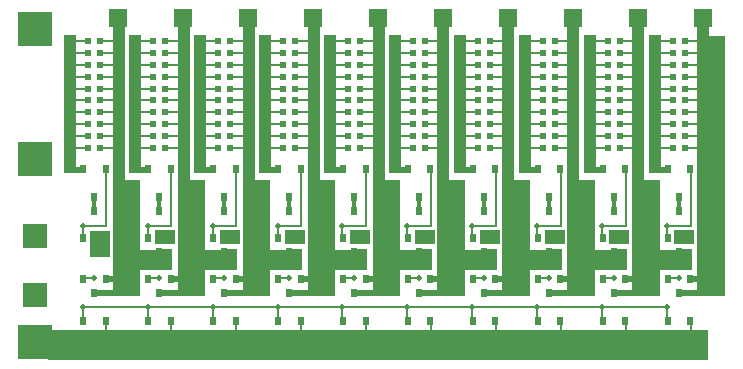
<source format=gtl>
G04*
G04 #@! TF.GenerationSoftware,Altium Limited,Altium Designer,18.1.7 (191)*
G04*
G04 Layer_Physical_Order=1*
G04 Layer_Color=255*
%FSLAX44Y44*%
%MOMM*%
G71*
G01*
G75*
%ADD10C,0.2000*%
%ADD13R,0.5500X0.8000*%
%ADD14R,0.6000X0.6000*%
%ADD20R,56.0000X2.5000*%
%ADD21R,1.1000X3.0000*%
%ADD22R,1.7000X2.3000*%
%ADD23R,1.7000X1.2000*%
%ADD24R,1.7000X1.2000*%
%ADD25R,1.1000X22.1000*%
%ADD26R,1.1000X11.7000*%
%ADD27R,2.5000X0.5000*%
%ADD28R,0.8000X0.5000*%
%ADD29R,0.7000X0.6000*%
%ADD30R,1.2000X0.5000*%
%ADD31R,0.4000X1.2000*%
%ADD32R,1.6000X22.1000*%
%ADD33R,4.5000X1.8000*%
%ADD34R,1.6000X9.9000*%
%ADD35R,2.0000X2.0000*%
%ADD36R,3.0000X3.0000*%
%ADD37R,1.5000X1.5000*%
%ADD38C,0.4800*%
D10*
X1755000Y1325000D02*
X1765000D01*
X1700000D02*
X1710000D01*
X1645000D02*
X1655000D01*
X1590000D02*
X1600000D01*
X1535000D02*
X1545000D01*
X1425000D02*
X1435000D01*
X1480000D02*
X1490000D01*
X1370000D02*
X1380000D01*
X1315000Y1324000D02*
X1316000Y1325000D01*
X1260000D02*
X1270000D01*
X1280000Y1279000D02*
Y1289000D01*
X1335000Y1279000D02*
Y1289000D01*
X1390000Y1279000D02*
Y1289000D01*
X1445000Y1279000D02*
Y1289000D01*
X1500000Y1279000D02*
Y1289000D01*
X1555000Y1279000D02*
Y1289000D01*
X1610000Y1279000D02*
Y1289000D01*
X1665000Y1279000D02*
Y1289000D01*
X1775000Y1279000D02*
Y1289000D01*
X1720000Y1279000D02*
Y1289000D01*
X1775000Y1369000D02*
Y1419000D01*
X1720000Y1369000D02*
Y1419000D01*
X1665000Y1369000D02*
Y1419000D01*
X1755000Y1357000D02*
Y1369000D01*
X1700000Y1357000D02*
Y1369000D01*
X1610000D02*
Y1419000D01*
X1555000Y1369000D02*
Y1419000D01*
X1645000Y1357000D02*
Y1369000D01*
X1590000Y1357000D02*
Y1369000D01*
X1535000Y1357000D02*
Y1369000D01*
X1500000D02*
Y1419000D01*
X1445000Y1369000D02*
Y1419000D01*
X1390000Y1369000D02*
Y1419000D01*
X1480000Y1357000D02*
Y1369000D01*
X1425000Y1357000D02*
Y1369000D01*
X1335000D02*
Y1419000D01*
X1280000Y1369000D02*
Y1419000D01*
X1370000Y1357000D02*
Y1369000D01*
X1315000Y1357000D02*
Y1369000D01*
X1260000Y1357000D02*
Y1369000D01*
X1700000Y1300000D02*
X1755000D01*
X1645000D02*
X1700000D01*
X1590000D02*
X1645000D01*
X1755000Y1290000D02*
Y1300000D01*
X1700000Y1290000D02*
Y1300000D01*
X1645000Y1290000D02*
Y1300000D01*
X1316000Y1325000D02*
X1325000D01*
X1765000Y1380000D02*
X1765000Y1380000D01*
X1747000Y1505000D02*
X1756920D01*
X1765000Y1380000D02*
Y1381500D01*
Y1380000D02*
Y1380000D01*
Y1345000D02*
X1765706Y1346003D01*
X1775000Y1325000D02*
X1775000D01*
X1776000D01*
X1782000Y1435000D02*
Y1445000D01*
Y1495000D02*
Y1505000D01*
Y1485000D02*
Y1495000D01*
Y1475000D02*
Y1485000D01*
Y1465000D02*
Y1475000D01*
Y1455000D02*
Y1465000D01*
Y1445000D02*
Y1455000D01*
X1747000Y1455000D02*
X1756920D01*
X1747000Y1445000D02*
X1756920D01*
X1747000D02*
Y1455000D01*
Y1435000D02*
X1756920D01*
X1747000D02*
Y1445000D01*
Y1465000D02*
X1756920D01*
X1747000Y1455000D02*
Y1465000D01*
Y1475000D02*
X1756920D01*
X1747000Y1465000D02*
Y1475000D01*
Y1485000D02*
X1756920D01*
X1747000Y1475000D02*
Y1485000D01*
Y1495000D02*
X1756920D01*
X1747000D02*
Y1505000D01*
Y1485000D02*
Y1495000D01*
X1770080Y1495000D02*
X1782000D01*
X1770080Y1505000D02*
X1782000D01*
X1770080Y1485000D02*
X1782000D01*
X1770080Y1475000D02*
X1782000D01*
X1770080Y1455000D02*
X1782000D01*
X1770080Y1465000D02*
X1782000D01*
X1770080Y1445000D02*
X1782000D01*
X1770080Y1435000D02*
X1782000D01*
X1755000Y1369000D02*
X1775000D01*
X1782000Y1435000D02*
X1783000Y1434000D01*
Y1323000D02*
Y1434000D01*
Y1312000D02*
Y1323000D01*
X1775000D02*
X1783000D01*
X1774500Y1323500D02*
X1775000Y1323000D01*
X1765000Y1312000D02*
X1783000D01*
X1774000Y1324000D02*
X1775000Y1325000D01*
X1764000Y1311000D02*
X1765000Y1312000D01*
X1747000Y1417000D02*
Y1440000D01*
X1754000Y1417000D02*
Y1419000D01*
X1747000Y1417000D02*
X1754000D01*
X1770080Y1515000D02*
X1782000D01*
X1747000D02*
X1756920D01*
X1770080Y1525000D02*
X1782000D01*
X1747000D02*
X1756920D01*
X1710000Y1380000D02*
X1710000Y1380000D01*
X1692000Y1505000D02*
X1701920D01*
X1710000Y1380000D02*
Y1381500D01*
Y1380000D02*
Y1380000D01*
Y1345000D02*
X1710706Y1346003D01*
X1720000Y1325000D02*
X1720000D01*
X1721000D01*
X1727000Y1435000D02*
Y1445000D01*
Y1495000D02*
Y1505000D01*
Y1485000D02*
Y1495000D01*
Y1475000D02*
Y1485000D01*
Y1465000D02*
Y1475000D01*
Y1455000D02*
Y1465000D01*
Y1445000D02*
Y1455000D01*
X1692000Y1455000D02*
X1701920D01*
X1692000Y1445000D02*
X1701920D01*
X1692000D02*
Y1455000D01*
Y1435000D02*
X1701920D01*
X1692000D02*
Y1445000D01*
Y1465000D02*
X1701920D01*
X1692000Y1455000D02*
Y1465000D01*
Y1475000D02*
X1701920D01*
X1692000Y1465000D02*
Y1475000D01*
Y1485000D02*
X1701920D01*
X1692000Y1475000D02*
Y1485000D01*
Y1495000D02*
X1701920D01*
X1692000D02*
Y1505000D01*
Y1485000D02*
Y1495000D01*
X1715080Y1495000D02*
X1727000D01*
X1715080Y1505000D02*
X1727000D01*
X1715080Y1485000D02*
X1727000D01*
X1715080Y1475000D02*
X1727000D01*
X1715080Y1455000D02*
X1727000D01*
X1715080Y1465000D02*
X1727000D01*
X1715080Y1445000D02*
X1727000D01*
X1715080Y1435000D02*
X1727000D01*
X1700000Y1369000D02*
X1720000D01*
X1727000Y1435000D02*
X1728000Y1434000D01*
Y1323000D02*
Y1434000D01*
Y1312000D02*
Y1323000D01*
X1720000D02*
X1728000D01*
X1719500Y1323500D02*
X1720000Y1323000D01*
X1710000Y1312000D02*
X1728000D01*
X1719000Y1324000D02*
X1720000Y1325000D01*
X1709000Y1311000D02*
X1710000Y1312000D01*
X1692000Y1417000D02*
Y1440000D01*
X1699000Y1417000D02*
Y1419000D01*
X1692000Y1417000D02*
X1699000D01*
X1715080Y1515000D02*
X1727000D01*
X1692000D02*
X1701920D01*
X1715080Y1525000D02*
X1727000D01*
X1692000D02*
X1701920D01*
X1655000Y1380000D02*
X1655000Y1380000D01*
X1637000Y1505000D02*
X1646920D01*
X1655000Y1380000D02*
Y1381500D01*
Y1380000D02*
Y1380000D01*
Y1345000D02*
X1655706Y1346003D01*
X1665000Y1325000D02*
X1665000D01*
X1666000D01*
X1672000Y1435000D02*
Y1445000D01*
Y1495000D02*
Y1505000D01*
Y1485000D02*
Y1495000D01*
Y1475000D02*
Y1485000D01*
Y1465000D02*
Y1475000D01*
Y1455000D02*
Y1465000D01*
Y1445000D02*
Y1455000D01*
X1637000Y1455000D02*
X1646920D01*
X1637000Y1445000D02*
X1646920D01*
X1637000D02*
Y1455000D01*
Y1435000D02*
X1646920D01*
X1637000D02*
Y1445000D01*
Y1465000D02*
X1646920D01*
X1637000Y1455000D02*
Y1465000D01*
Y1475000D02*
X1646920D01*
X1637000Y1465000D02*
Y1475000D01*
Y1485000D02*
X1646920D01*
X1637000Y1475000D02*
Y1485000D01*
Y1495000D02*
X1646920D01*
X1637000D02*
Y1505000D01*
Y1485000D02*
Y1495000D01*
X1660080Y1495000D02*
X1672000D01*
X1660080Y1505000D02*
X1672000D01*
X1660080Y1485000D02*
X1672000D01*
X1660080Y1475000D02*
X1672000D01*
X1660080Y1455000D02*
X1672000D01*
X1660080Y1465000D02*
X1672000D01*
X1660080Y1445000D02*
X1672000D01*
X1660080Y1435000D02*
X1672000D01*
X1645000Y1369000D02*
X1665000D01*
X1672000Y1435000D02*
X1673000Y1434000D01*
Y1323000D02*
Y1434000D01*
Y1312000D02*
Y1323000D01*
X1665000D02*
X1673000D01*
X1664500Y1323500D02*
X1665000Y1323000D01*
X1655000Y1312000D02*
X1673000D01*
X1664000Y1324000D02*
X1665000Y1325000D01*
X1654000Y1311000D02*
X1655000Y1312000D01*
X1637000Y1417000D02*
Y1440000D01*
X1644000Y1417000D02*
Y1419000D01*
X1637000Y1417000D02*
X1644000D01*
X1660080Y1515000D02*
X1672000D01*
X1637000D02*
X1646920D01*
X1660080Y1525000D02*
X1672000D01*
X1637000D02*
X1646920D01*
X1535000Y1300000D02*
X1590000D01*
X1480000D02*
X1535000D01*
X1425000D02*
X1480000D01*
X1370000D02*
X1425000D01*
X1315000D02*
X1370000D01*
X1260000D02*
X1315000D01*
X1600000Y1380000D02*
X1600000Y1380000D01*
X1582000Y1505000D02*
X1591920D01*
X1600000Y1380000D02*
Y1381500D01*
Y1380000D02*
Y1380000D01*
Y1345000D02*
X1600706Y1346003D01*
X1610000Y1325000D02*
X1610000D01*
X1611000D01*
X1617000Y1435000D02*
Y1445000D01*
Y1495000D02*
Y1505000D01*
Y1485000D02*
Y1495000D01*
Y1475000D02*
Y1485000D01*
Y1465000D02*
Y1475000D01*
Y1455000D02*
Y1465000D01*
Y1445000D02*
Y1455000D01*
X1582000Y1455000D02*
X1591920D01*
X1582000Y1445000D02*
X1591920D01*
X1582000D02*
Y1455000D01*
Y1435000D02*
X1591920D01*
X1582000D02*
Y1445000D01*
Y1465000D02*
X1591920D01*
X1582000Y1455000D02*
Y1465000D01*
Y1475000D02*
X1591920D01*
X1582000Y1465000D02*
Y1475000D01*
Y1485000D02*
X1591920D01*
X1582000Y1475000D02*
Y1485000D01*
Y1495000D02*
X1591920D01*
X1582000D02*
Y1505000D01*
Y1485000D02*
Y1495000D01*
X1605080Y1495000D02*
X1617000D01*
X1605080Y1505000D02*
X1617000D01*
X1605080Y1485000D02*
X1617000D01*
X1605080Y1475000D02*
X1617000D01*
X1605080Y1455000D02*
X1617000D01*
X1605080Y1465000D02*
X1617000D01*
X1605080Y1445000D02*
X1617000D01*
X1605080Y1435000D02*
X1617000D01*
X1590000Y1369000D02*
X1610000D01*
X1617000Y1435000D02*
X1618000Y1434000D01*
Y1323000D02*
Y1434000D01*
Y1312000D02*
Y1323000D01*
X1610000D02*
X1618000D01*
X1609500Y1323500D02*
X1610000Y1323000D01*
X1600000Y1312000D02*
X1618000D01*
X1609000Y1324000D02*
X1610000Y1325000D01*
X1599000Y1311000D02*
X1600000Y1312000D01*
X1582000Y1417000D02*
Y1440000D01*
X1589000Y1417000D02*
Y1419000D01*
X1582000Y1417000D02*
X1589000D01*
X1605080Y1515000D02*
X1617000D01*
X1582000D02*
X1591920D01*
X1605080Y1525000D02*
X1617000D01*
X1582000D02*
X1591920D01*
X1590000Y1291000D02*
Y1299500D01*
X1535000Y1291000D02*
Y1299500D01*
X1527000Y1525000D02*
X1536920D01*
X1550080D02*
X1562000D01*
X1527000Y1515000D02*
X1536920D01*
X1550080D02*
X1562000D01*
X1527000Y1417000D02*
X1534000D01*
Y1419000D01*
X1527000Y1417000D02*
Y1440000D01*
X1544000Y1311000D02*
X1545000Y1312000D01*
X1554000Y1324000D02*
X1555000Y1325000D01*
X1545000Y1312000D02*
X1563000D01*
X1554500Y1323500D02*
X1555000Y1323000D01*
X1563000D01*
Y1312000D02*
Y1323000D01*
Y1434000D01*
X1562000Y1435000D02*
X1563000Y1434000D01*
X1535000Y1369000D02*
X1555000D01*
X1550080Y1435000D02*
X1562000D01*
X1550080Y1445000D02*
X1562000D01*
X1550080Y1465000D02*
X1562000D01*
X1550080Y1455000D02*
X1562000D01*
X1550080Y1475000D02*
X1562000D01*
X1550080Y1485000D02*
X1562000D01*
X1550080Y1505000D02*
X1562000D01*
X1550080Y1495000D02*
X1562000D01*
X1527000Y1485000D02*
Y1495000D01*
Y1505000D01*
Y1495000D02*
X1536920D01*
X1527000Y1475000D02*
Y1485000D01*
X1536920D01*
X1527000Y1465000D02*
Y1475000D01*
X1536920D01*
X1527000Y1455000D02*
Y1465000D01*
X1536920D01*
X1527000Y1435000D02*
Y1445000D01*
Y1435000D02*
X1536920D01*
X1527000Y1445000D02*
Y1455000D01*
Y1445000D02*
X1536920D01*
X1527000Y1455000D02*
X1536920D01*
X1562000Y1445000D02*
Y1455000D01*
Y1465000D01*
Y1475000D01*
Y1485000D01*
Y1495000D01*
Y1505000D01*
Y1435000D02*
Y1445000D01*
X1555000Y1325000D02*
X1556000D01*
X1555000D02*
X1555000D01*
X1545000Y1345000D02*
X1545706Y1346003D01*
X1545000Y1380000D02*
Y1380000D01*
Y1381500D01*
X1527000Y1505000D02*
X1536920D01*
X1545000Y1380000D02*
X1545000Y1380000D01*
X1480000Y1291000D02*
Y1299500D01*
X1472000Y1525000D02*
X1481920D01*
X1495080D02*
X1507000D01*
X1472000Y1515000D02*
X1481920D01*
X1495080D02*
X1507000D01*
X1472000Y1417000D02*
X1479000D01*
Y1419000D01*
X1472000Y1417000D02*
Y1440000D01*
X1489000Y1311000D02*
X1490000Y1312000D01*
X1499000Y1324000D02*
X1500000Y1325000D01*
X1490000Y1312000D02*
X1508000D01*
X1499500Y1323500D02*
X1500000Y1323000D01*
X1508000D01*
Y1312000D02*
Y1323000D01*
Y1434000D01*
X1507000Y1435000D02*
X1508000Y1434000D01*
X1480000Y1369000D02*
X1500000D01*
X1495080Y1435000D02*
X1507000D01*
X1495080Y1445000D02*
X1507000D01*
X1495080Y1465000D02*
X1507000D01*
X1495080Y1455000D02*
X1507000D01*
X1495080Y1475000D02*
X1507000D01*
X1495080Y1485000D02*
X1507000D01*
X1495080Y1505000D02*
X1507000D01*
X1495080Y1495000D02*
X1507000D01*
X1472000Y1485000D02*
Y1495000D01*
Y1505000D01*
Y1495000D02*
X1481920D01*
X1472000Y1475000D02*
Y1485000D01*
X1481920D01*
X1472000Y1465000D02*
Y1475000D01*
X1481920D01*
X1472000Y1455000D02*
Y1465000D01*
X1481920D01*
X1472000Y1435000D02*
Y1445000D01*
Y1435000D02*
X1481920D01*
X1472000Y1445000D02*
Y1455000D01*
Y1445000D02*
X1481920D01*
X1472000Y1455000D02*
X1481920D01*
X1507000Y1445000D02*
Y1455000D01*
Y1465000D01*
Y1475000D01*
Y1485000D01*
Y1495000D01*
Y1505000D01*
Y1435000D02*
Y1445000D01*
X1500000Y1325000D02*
X1501000D01*
X1500000D02*
X1500000D01*
X1490000Y1380000D02*
Y1380000D01*
Y1381500D01*
X1472000Y1505000D02*
X1481920D01*
X1490000Y1380000D02*
X1490000Y1380000D01*
X1425000Y1291000D02*
Y1299500D01*
X1417000Y1525000D02*
X1426920D01*
X1440080D02*
X1452000D01*
X1417000Y1515000D02*
X1426920D01*
X1440080D02*
X1452000D01*
X1417000Y1417000D02*
X1424000D01*
Y1419000D01*
X1417000Y1417000D02*
Y1440000D01*
X1434000Y1311000D02*
X1435000Y1312000D01*
X1444000Y1324000D02*
X1445000Y1325000D01*
X1435000Y1312000D02*
X1453000D01*
X1444500Y1323500D02*
X1445000Y1323000D01*
X1453000D01*
Y1312000D02*
Y1323000D01*
Y1434000D01*
X1452000Y1435000D02*
X1453000Y1434000D01*
X1425000Y1369000D02*
X1445000D01*
X1440080Y1435000D02*
X1452000D01*
X1440080Y1445000D02*
X1452000D01*
X1440080Y1465000D02*
X1452000D01*
X1440080Y1455000D02*
X1452000D01*
X1440080Y1475000D02*
X1452000D01*
X1440080Y1485000D02*
X1452000D01*
X1440080Y1505000D02*
X1452000D01*
X1440080Y1495000D02*
X1452000D01*
X1417000Y1485000D02*
Y1495000D01*
Y1505000D01*
Y1495000D02*
X1426920D01*
X1417000Y1475000D02*
Y1485000D01*
X1426920D01*
X1417000Y1465000D02*
Y1475000D01*
X1426920D01*
X1417000Y1455000D02*
Y1465000D01*
X1426920D01*
X1417000Y1435000D02*
Y1445000D01*
Y1435000D02*
X1426920D01*
X1417000Y1445000D02*
Y1455000D01*
Y1445000D02*
X1426920D01*
X1417000Y1455000D02*
X1426920D01*
X1452000Y1445000D02*
Y1455000D01*
Y1465000D01*
Y1475000D01*
Y1485000D01*
Y1495000D01*
Y1505000D01*
Y1435000D02*
Y1445000D01*
X1445000Y1325000D02*
X1446000D01*
X1445000D02*
X1445000D01*
X1435000Y1345000D02*
X1435706Y1346003D01*
X1435000Y1380000D02*
Y1380000D01*
Y1381500D01*
X1417000Y1505000D02*
X1426920D01*
X1435000Y1380000D02*
X1435000Y1380000D01*
X1380000Y1380000D02*
X1380000Y1380000D01*
X1362000Y1505000D02*
X1371920D01*
X1380000Y1380000D02*
Y1381500D01*
Y1380000D02*
Y1380000D01*
Y1345000D02*
X1380706Y1346003D01*
X1390000Y1325000D02*
X1390000D01*
X1391000D01*
X1397000Y1435000D02*
Y1445000D01*
Y1495000D02*
Y1505000D01*
Y1485000D02*
Y1495000D01*
Y1475000D02*
Y1485000D01*
Y1465000D02*
Y1475000D01*
Y1455000D02*
Y1465000D01*
Y1445000D02*
Y1455000D01*
X1362000Y1455000D02*
X1371920D01*
X1362000Y1445000D02*
X1371920D01*
X1362000D02*
Y1455000D01*
Y1435000D02*
X1371920D01*
X1362000D02*
Y1445000D01*
Y1465000D02*
X1371920D01*
X1362000Y1455000D02*
Y1465000D01*
Y1475000D02*
X1371920D01*
X1362000Y1465000D02*
Y1475000D01*
Y1485000D02*
X1371920D01*
X1362000Y1475000D02*
Y1485000D01*
Y1495000D02*
X1371920D01*
X1362000D02*
Y1505000D01*
Y1485000D02*
Y1495000D01*
X1385080Y1495000D02*
X1397000D01*
X1385080Y1505000D02*
X1397000D01*
X1385080Y1485000D02*
X1397000D01*
X1385080Y1475000D02*
X1397000D01*
X1385080Y1455000D02*
X1397000D01*
X1385080Y1465000D02*
X1397000D01*
X1385080Y1445000D02*
X1397000D01*
X1385080Y1435000D02*
X1397000D01*
X1370000Y1369000D02*
X1390000D01*
X1397000Y1435000D02*
X1398000Y1434000D01*
Y1323000D02*
Y1434000D01*
Y1312000D02*
Y1323000D01*
X1390000D02*
X1398000D01*
X1389500Y1323500D02*
X1390000Y1323000D01*
X1380000Y1312000D02*
X1398000D01*
X1389000Y1324000D02*
X1390000Y1325000D01*
X1379000Y1311000D02*
X1380000Y1312000D01*
X1362000Y1417000D02*
Y1440000D01*
X1369000Y1417000D02*
Y1419000D01*
X1362000Y1417000D02*
X1369000D01*
X1385080Y1515000D02*
X1397000D01*
X1362000D02*
X1371920D01*
X1385080Y1525000D02*
X1397000D01*
X1362000D02*
X1371920D01*
X1370000Y1291000D02*
Y1299500D01*
X1260000Y1291000D02*
Y1299500D01*
X1325000Y1380000D02*
X1325000Y1380000D01*
X1307000Y1505000D02*
X1316920D01*
X1325000Y1380000D02*
Y1381500D01*
Y1380000D02*
Y1380000D01*
Y1345000D02*
X1325706Y1346003D01*
X1335000Y1325000D02*
X1335000D01*
X1336000D01*
X1342000Y1435000D02*
Y1445000D01*
Y1495000D02*
Y1505000D01*
Y1485000D02*
Y1495000D01*
Y1475000D02*
Y1485000D01*
Y1465000D02*
Y1475000D01*
Y1455000D02*
Y1465000D01*
Y1445000D02*
Y1455000D01*
X1307000Y1455000D02*
X1316920D01*
X1307000Y1445000D02*
X1316920D01*
X1307000D02*
Y1455000D01*
Y1435000D02*
X1316920D01*
X1307000D02*
Y1445000D01*
Y1465000D02*
X1316920D01*
X1307000Y1455000D02*
Y1465000D01*
Y1475000D02*
X1316920D01*
X1307000Y1465000D02*
Y1475000D01*
Y1485000D02*
X1316920D01*
X1307000Y1475000D02*
Y1485000D01*
Y1495000D02*
X1316920D01*
X1307000D02*
Y1505000D01*
Y1485000D02*
Y1495000D01*
X1330080Y1495000D02*
X1342000D01*
X1330080Y1505000D02*
X1342000D01*
X1330080Y1485000D02*
X1342000D01*
X1330080Y1475000D02*
X1342000D01*
X1330080Y1455000D02*
X1342000D01*
X1330080Y1465000D02*
X1342000D01*
X1330080Y1445000D02*
X1342000D01*
X1330080Y1435000D02*
X1342000D01*
X1315000Y1369000D02*
X1335000D01*
X1315000Y1291000D02*
Y1299500D01*
X1342000Y1435000D02*
X1343000Y1434000D01*
Y1323000D02*
Y1434000D01*
Y1312000D02*
Y1323000D01*
X1335000D02*
X1343000D01*
X1334500Y1323500D02*
X1335000Y1323000D01*
X1325000Y1312000D02*
X1343000D01*
X1334000Y1324000D02*
X1335000Y1325000D01*
X1324000Y1311000D02*
X1325000Y1312000D01*
X1307000Y1417000D02*
Y1440000D01*
X1314000Y1417000D02*
Y1419000D01*
X1307000Y1417000D02*
X1314000D01*
X1330080Y1515000D02*
X1342000D01*
X1307000D02*
X1316920D01*
X1330080Y1525000D02*
X1342000D01*
X1307000D02*
X1316920D01*
X1252000D02*
X1261920D01*
X1275080D02*
X1287000D01*
X1252000Y1515000D02*
X1261920D01*
X1275080D02*
X1287000D01*
X1252000Y1417000D02*
X1259000D01*
Y1419000D01*
X1252000Y1417000D02*
Y1440000D01*
X1269000Y1311000D02*
X1270000Y1312000D01*
X1279000Y1324000D02*
X1280000Y1325000D01*
X1270000Y1312000D02*
X1288000D01*
X1279500Y1323500D02*
X1280000Y1323000D01*
X1288000D01*
Y1312000D02*
Y1323000D01*
Y1434000D01*
X1287000Y1440000D02*
X1288000Y1439000D01*
X1260000Y1369000D02*
X1280000D01*
X1275080Y1435000D02*
X1287000D01*
X1275080Y1445000D02*
X1287000D01*
X1275080Y1465000D02*
X1287000D01*
X1275080Y1455000D02*
X1287000D01*
X1275080Y1475000D02*
X1287000D01*
X1275080Y1485000D02*
X1287000D01*
X1275080Y1505000D02*
X1287000D01*
X1275080Y1495000D02*
X1287000D01*
X1252000Y1485000D02*
Y1495000D01*
Y1505000D01*
Y1495000D02*
X1261920D01*
X1252000Y1475000D02*
Y1485000D01*
X1261920D01*
X1252000Y1465000D02*
Y1475000D01*
X1261920D01*
X1252000Y1455000D02*
Y1465000D01*
X1261920D01*
X1252000Y1435000D02*
Y1445000D01*
Y1435000D02*
X1261920D01*
X1252000Y1445000D02*
Y1455000D01*
Y1445000D02*
X1261920D01*
X1252000Y1455000D02*
X1261920D01*
X1287000Y1450000D02*
Y1460000D01*
Y1470000D01*
Y1480000D01*
Y1490000D01*
Y1500000D01*
Y1510000D01*
Y1440000D02*
Y1450000D01*
X1280000Y1325000D02*
X1281000D01*
X1280000D02*
X1280000D01*
X1270000Y1380000D02*
Y1380000D01*
Y1381500D01*
X1252000Y1505000D02*
X1261920D01*
X1270000Y1380000D02*
X1270000Y1380000D01*
D13*
X1765000Y1346500D02*
D03*
X1774500Y1323500D02*
D03*
X1755500D02*
D03*
X1765000Y1311500D02*
D03*
X1774500Y1288500D02*
D03*
X1755500D02*
D03*
X1765000Y1393500D02*
D03*
X1755500Y1416500D02*
D03*
X1774500D02*
D03*
X1765000Y1381500D02*
D03*
X1774500Y1358500D02*
D03*
X1755500D02*
D03*
X1710000Y1346500D02*
D03*
X1719500Y1323500D02*
D03*
X1700500D02*
D03*
X1710000Y1311500D02*
D03*
X1719500Y1288500D02*
D03*
X1700500D02*
D03*
X1710000Y1393500D02*
D03*
X1700500Y1416500D02*
D03*
X1719500D02*
D03*
X1710000Y1381500D02*
D03*
X1719500Y1358500D02*
D03*
X1700500D02*
D03*
X1655000Y1346500D02*
D03*
X1664500Y1323500D02*
D03*
X1645500D02*
D03*
X1655000Y1311500D02*
D03*
X1664500Y1288500D02*
D03*
X1645500D02*
D03*
X1655000Y1393500D02*
D03*
X1645500Y1416500D02*
D03*
X1664500D02*
D03*
X1655000Y1381500D02*
D03*
X1664500Y1358500D02*
D03*
X1645500D02*
D03*
X1600000Y1346500D02*
D03*
X1609500Y1323500D02*
D03*
X1590500D02*
D03*
X1600000Y1311500D02*
D03*
X1609500Y1288500D02*
D03*
X1590500D02*
D03*
X1600000Y1393500D02*
D03*
X1590500Y1416500D02*
D03*
X1609500D02*
D03*
X1600000Y1381500D02*
D03*
X1609500Y1358500D02*
D03*
X1590500D02*
D03*
X1545000Y1381500D02*
D03*
X1554500Y1358500D02*
D03*
X1535500D02*
D03*
X1545000Y1393500D02*
D03*
X1535500Y1416500D02*
D03*
X1554500D02*
D03*
X1545000Y1311500D02*
D03*
X1554500Y1288500D02*
D03*
X1535500D02*
D03*
X1545000Y1346500D02*
D03*
X1554500Y1323500D02*
D03*
X1535500D02*
D03*
X1490000Y1393500D02*
D03*
X1480500Y1416500D02*
D03*
X1499500D02*
D03*
X1490000Y1311500D02*
D03*
X1499500Y1288500D02*
D03*
X1480500D02*
D03*
X1490000Y1381500D02*
D03*
X1499500Y1358500D02*
D03*
X1480500D02*
D03*
X1490000Y1346500D02*
D03*
X1499500Y1323500D02*
D03*
X1480500D02*
D03*
X1435000Y1393500D02*
D03*
X1425500Y1416500D02*
D03*
X1444500D02*
D03*
X1435000Y1311500D02*
D03*
X1444500Y1288500D02*
D03*
X1425500D02*
D03*
X1435000Y1381500D02*
D03*
X1444500Y1358500D02*
D03*
X1425500D02*
D03*
X1435000Y1346500D02*
D03*
X1444500Y1323500D02*
D03*
X1425500D02*
D03*
X1380000Y1346500D02*
D03*
X1389500Y1323500D02*
D03*
X1370500D02*
D03*
X1380000Y1381500D02*
D03*
X1389500Y1358500D02*
D03*
X1370500D02*
D03*
X1380000Y1311500D02*
D03*
X1389500Y1288500D02*
D03*
X1370500D02*
D03*
X1380000Y1393500D02*
D03*
X1370500Y1416500D02*
D03*
X1389500D02*
D03*
X1325000Y1346500D02*
D03*
X1334500Y1323500D02*
D03*
X1315500D02*
D03*
X1325000Y1381500D02*
D03*
X1334500Y1358500D02*
D03*
X1315500D02*
D03*
X1325000Y1311500D02*
D03*
X1334500Y1288500D02*
D03*
X1315500D02*
D03*
X1325000Y1393500D02*
D03*
X1315500Y1416500D02*
D03*
X1334500D02*
D03*
X1270000Y1381500D02*
D03*
X1279500Y1358500D02*
D03*
X1260500D02*
D03*
X1270000Y1393500D02*
D03*
X1260500Y1416500D02*
D03*
X1279500D02*
D03*
X1270000Y1346500D02*
D03*
X1279500Y1323500D02*
D03*
X1260500D02*
D03*
X1270000Y1311500D02*
D03*
X1279500Y1288500D02*
D03*
X1260500D02*
D03*
D14*
X1759920Y1525000D02*
D03*
X1770080D02*
D03*
X1759920Y1515000D02*
D03*
X1770080D02*
D03*
X1759920Y1505000D02*
D03*
X1770080D02*
D03*
X1759920Y1495000D02*
D03*
X1770080D02*
D03*
X1759920Y1485000D02*
D03*
X1770080D02*
D03*
X1759920Y1475000D02*
D03*
X1770080D02*
D03*
X1759920Y1465000D02*
D03*
X1770080D02*
D03*
X1759920Y1455000D02*
D03*
X1770080D02*
D03*
X1759920Y1445000D02*
D03*
X1770080D02*
D03*
X1759920Y1435000D02*
D03*
X1770080D02*
D03*
X1704920D02*
D03*
X1715080D02*
D03*
X1704920Y1525000D02*
D03*
X1715080D02*
D03*
X1704920Y1515000D02*
D03*
X1715080D02*
D03*
X1704920Y1505000D02*
D03*
X1715080D02*
D03*
X1704920Y1495000D02*
D03*
X1715080D02*
D03*
X1704920Y1485000D02*
D03*
X1715080D02*
D03*
X1704920Y1475000D02*
D03*
X1715080D02*
D03*
X1704920Y1465000D02*
D03*
X1715080D02*
D03*
X1704920Y1455000D02*
D03*
X1715080D02*
D03*
X1704920Y1445000D02*
D03*
X1715080D02*
D03*
X1649920Y1525000D02*
D03*
X1660080D02*
D03*
X1649920Y1515000D02*
D03*
X1660080D02*
D03*
X1649920Y1505000D02*
D03*
X1660080D02*
D03*
X1649920Y1495000D02*
D03*
X1660080D02*
D03*
X1649920Y1485000D02*
D03*
X1660080D02*
D03*
X1649920Y1475000D02*
D03*
X1660080D02*
D03*
X1649920Y1465000D02*
D03*
X1660080D02*
D03*
X1649920Y1455000D02*
D03*
X1660080D02*
D03*
X1649920Y1445000D02*
D03*
X1660080D02*
D03*
X1649920Y1435000D02*
D03*
X1660080D02*
D03*
X1594920Y1525000D02*
D03*
X1605080D02*
D03*
X1594920Y1515000D02*
D03*
X1605080D02*
D03*
X1594920Y1505000D02*
D03*
X1605080D02*
D03*
X1594920Y1495000D02*
D03*
X1605080D02*
D03*
X1594920Y1485000D02*
D03*
X1605080D02*
D03*
X1594920Y1475000D02*
D03*
X1605080D02*
D03*
X1594920Y1465000D02*
D03*
X1605080D02*
D03*
X1594920Y1455000D02*
D03*
X1605080D02*
D03*
X1594920Y1445000D02*
D03*
X1605080D02*
D03*
X1594920Y1435000D02*
D03*
X1605080D02*
D03*
X1539920D02*
D03*
X1550080D02*
D03*
X1539920Y1445000D02*
D03*
X1550080D02*
D03*
X1539920Y1455000D02*
D03*
X1550080D02*
D03*
X1539920Y1465000D02*
D03*
X1550080D02*
D03*
X1539920Y1475000D02*
D03*
X1550080D02*
D03*
X1539920Y1485000D02*
D03*
X1550080D02*
D03*
X1539920Y1495000D02*
D03*
X1550080D02*
D03*
X1539920Y1505000D02*
D03*
X1550080D02*
D03*
X1539920Y1515000D02*
D03*
X1550080D02*
D03*
X1539920Y1525000D02*
D03*
X1550080D02*
D03*
X1484920D02*
D03*
X1495080D02*
D03*
X1484920Y1515000D02*
D03*
X1495080D02*
D03*
X1484920Y1485000D02*
D03*
X1495080D02*
D03*
X1484920Y1495000D02*
D03*
X1495080D02*
D03*
X1484920Y1505000D02*
D03*
X1495080D02*
D03*
X1484920Y1435000D02*
D03*
X1495080D02*
D03*
X1484920Y1475000D02*
D03*
X1495080D02*
D03*
X1484920Y1465000D02*
D03*
X1495080D02*
D03*
X1484920Y1455000D02*
D03*
X1495080D02*
D03*
X1484920Y1445000D02*
D03*
X1495080D02*
D03*
X1429920Y1525000D02*
D03*
X1440080D02*
D03*
X1429920Y1515000D02*
D03*
X1440080D02*
D03*
X1429920Y1485000D02*
D03*
X1440080D02*
D03*
X1429920Y1495000D02*
D03*
X1440080D02*
D03*
X1429920Y1505000D02*
D03*
X1440080D02*
D03*
X1429920Y1435000D02*
D03*
X1440080D02*
D03*
X1429920Y1475000D02*
D03*
X1440080D02*
D03*
X1429920Y1465000D02*
D03*
X1440080D02*
D03*
X1429920Y1455000D02*
D03*
X1440080D02*
D03*
X1429920Y1445000D02*
D03*
X1440080D02*
D03*
X1374920D02*
D03*
X1385080D02*
D03*
X1374920Y1455000D02*
D03*
X1385080D02*
D03*
X1374920Y1465000D02*
D03*
X1385080D02*
D03*
X1374920Y1475000D02*
D03*
X1385080D02*
D03*
X1374920Y1435000D02*
D03*
X1385080D02*
D03*
X1374920Y1505000D02*
D03*
X1385080D02*
D03*
X1374920Y1495000D02*
D03*
X1385080D02*
D03*
X1374920Y1485000D02*
D03*
X1385080D02*
D03*
X1374920Y1515000D02*
D03*
X1385080D02*
D03*
X1374920Y1525000D02*
D03*
X1385080D02*
D03*
X1319920D02*
D03*
X1330080D02*
D03*
X1319920Y1445000D02*
D03*
X1330080D02*
D03*
X1319920Y1455000D02*
D03*
X1330080D02*
D03*
X1319920Y1465000D02*
D03*
X1330080D02*
D03*
X1319920Y1475000D02*
D03*
X1330080D02*
D03*
X1319920Y1435000D02*
D03*
X1330080D02*
D03*
X1319920Y1505000D02*
D03*
X1330080D02*
D03*
X1319920Y1495000D02*
D03*
X1330080D02*
D03*
X1319920Y1485000D02*
D03*
X1330080D02*
D03*
X1319920Y1515000D02*
D03*
X1330080D02*
D03*
X1264920D02*
D03*
X1275080D02*
D03*
X1264920Y1525000D02*
D03*
X1275080D02*
D03*
X1264920Y1435000D02*
D03*
X1275080D02*
D03*
X1264920Y1445000D02*
D03*
X1275080D02*
D03*
X1264920Y1455000D02*
D03*
X1275080D02*
D03*
X1264920Y1465000D02*
D03*
X1275080D02*
D03*
X1264920Y1475000D02*
D03*
X1275080D02*
D03*
X1264920Y1485000D02*
D03*
X1275080D02*
D03*
X1264920Y1495000D02*
D03*
X1275080D02*
D03*
X1264920Y1505000D02*
D03*
X1275080D02*
D03*
D20*
X1510000Y1267500D02*
D03*
D21*
X1785500Y1535000D02*
D03*
X1730500D02*
D03*
X1675500D02*
D03*
X1620500D02*
D03*
X1565500D02*
D03*
X1510500D02*
D03*
X1455500D02*
D03*
X1290500D02*
D03*
X1400500D02*
D03*
X1345500D02*
D03*
D22*
X1274500Y1353500D02*
D03*
D23*
X1329500Y1359000D02*
D03*
X1384500D02*
D03*
X1439500D02*
D03*
X1494500D02*
D03*
X1549500D02*
D03*
X1604500D02*
D03*
X1659500D02*
D03*
D24*
X1714500D02*
D03*
X1769500Y1359000D02*
D03*
D25*
X1785500Y1419500D02*
D03*
X1730500D02*
D03*
X1675500D02*
D03*
X1620500D02*
D03*
X1400500D02*
D03*
X1565500D02*
D03*
X1510500D02*
D03*
X1455500D02*
D03*
X1345500D02*
D03*
X1290500D02*
D03*
D26*
X1744500Y1471500D02*
D03*
X1689500D02*
D03*
X1634500D02*
D03*
X1579500D02*
D03*
X1524500D02*
D03*
X1469500D02*
D03*
X1414500D02*
D03*
X1359500D02*
D03*
X1304500D02*
D03*
X1249500D02*
D03*
D27*
X1776500Y1311500D02*
D03*
X1721500D02*
D03*
X1666500D02*
D03*
X1611500D02*
D03*
X1556500D02*
D03*
X1501500D02*
D03*
X1446500D02*
D03*
X1391500D02*
D03*
X1336500D02*
D03*
X1281500D02*
D03*
D28*
X1778000Y1323500D02*
D03*
X1723000D02*
D03*
X1668000D02*
D03*
X1613000D02*
D03*
X1558000D02*
D03*
X1503000D02*
D03*
X1448000D02*
D03*
X1393000D02*
D03*
X1338000D02*
D03*
X1283000D02*
D03*
D29*
X1751500Y1416000D02*
D03*
X1696500D02*
D03*
X1641500D02*
D03*
X1586500D02*
D03*
X1531500D02*
D03*
X1476500D02*
D03*
X1421500D02*
D03*
X1366500D02*
D03*
X1311500D02*
D03*
X1256500D02*
D03*
D30*
X1770000Y1346500D02*
D03*
X1715000D02*
D03*
X1660000D02*
D03*
X1605000D02*
D03*
X1550000D02*
D03*
X1495000D02*
D03*
X1440000D02*
D03*
X1385000D02*
D03*
X1330000D02*
D03*
D31*
X1765000Y1387000D02*
D03*
X1710000D02*
D03*
X1655000D02*
D03*
X1600000D02*
D03*
X1545000D02*
D03*
X1490000D02*
D03*
X1435000D02*
D03*
X1380000D02*
D03*
X1325000D02*
D03*
X1270000D02*
D03*
D32*
X1796000Y1419500D02*
D03*
D33*
X1753500Y1340000D02*
D03*
X1698500D02*
D03*
X1643500D02*
D03*
X1533500D02*
D03*
X1478500D02*
D03*
X1423500D02*
D03*
X1368500D02*
D03*
X1588500D02*
D03*
X1313500D02*
D03*
D34*
X1741000Y1358500D02*
D03*
X1686000D02*
D03*
X1631000D02*
D03*
X1576000D02*
D03*
X1521000D02*
D03*
X1466000D02*
D03*
X1356000D02*
D03*
X1411000D02*
D03*
X1301000D02*
D03*
D35*
X1220000Y1360000D02*
D03*
Y1310000D02*
D03*
D36*
Y1535000D02*
D03*
Y1425000D02*
D03*
Y1270000D02*
D03*
D37*
X1785000Y1545000D02*
D03*
X1730000D02*
D03*
X1675000D02*
D03*
X1620000D02*
D03*
X1565000D02*
D03*
X1510000D02*
D03*
X1455000D02*
D03*
X1290000D02*
D03*
X1400000D02*
D03*
X1345000D02*
D03*
D38*
X1250000Y1520000D02*
D03*
Y1500000D02*
D03*
Y1480000D02*
D03*
Y1460000D02*
D03*
Y1440000D02*
D03*
Y1420000D02*
D03*
X1360000Y1520000D02*
D03*
Y1500000D02*
D03*
Y1480000D02*
D03*
Y1460000D02*
D03*
Y1440000D02*
D03*
Y1420000D02*
D03*
X1305000Y1520000D02*
D03*
Y1500000D02*
D03*
Y1480000D02*
D03*
Y1460000D02*
D03*
Y1440000D02*
D03*
Y1420000D02*
D03*
X1415000Y1520000D02*
D03*
Y1500000D02*
D03*
Y1480000D02*
D03*
Y1460000D02*
D03*
Y1440000D02*
D03*
Y1420000D02*
D03*
X1470000Y1520000D02*
D03*
Y1500000D02*
D03*
Y1480000D02*
D03*
Y1460000D02*
D03*
Y1440000D02*
D03*
Y1420000D02*
D03*
X1525000Y1520000D02*
D03*
Y1500000D02*
D03*
Y1480000D02*
D03*
Y1460000D02*
D03*
Y1440000D02*
D03*
Y1420000D02*
D03*
X1580000Y1520000D02*
D03*
Y1500000D02*
D03*
Y1480000D02*
D03*
Y1460000D02*
D03*
Y1440000D02*
D03*
Y1420000D02*
D03*
X1635000Y1520000D02*
D03*
Y1500000D02*
D03*
Y1480000D02*
D03*
Y1460000D02*
D03*
Y1440000D02*
D03*
Y1420000D02*
D03*
X1690000Y1520000D02*
D03*
Y1500000D02*
D03*
Y1480000D02*
D03*
Y1460000D02*
D03*
Y1440000D02*
D03*
Y1420000D02*
D03*
X1745000Y1520000D02*
D03*
Y1500000D02*
D03*
Y1480000D02*
D03*
Y1460000D02*
D03*
Y1440000D02*
D03*
Y1420000D02*
D03*
X1785000D02*
D03*
Y1440000D02*
D03*
Y1460000D02*
D03*
Y1480000D02*
D03*
Y1500000D02*
D03*
Y1520000D02*
D03*
X1730000Y1420000D02*
D03*
Y1440000D02*
D03*
Y1460000D02*
D03*
Y1480000D02*
D03*
Y1500000D02*
D03*
Y1520000D02*
D03*
X1675000Y1420000D02*
D03*
Y1440000D02*
D03*
Y1460000D02*
D03*
Y1480000D02*
D03*
Y1500000D02*
D03*
Y1520000D02*
D03*
X1620000Y1420000D02*
D03*
Y1440000D02*
D03*
Y1460000D02*
D03*
Y1480000D02*
D03*
Y1500000D02*
D03*
Y1520000D02*
D03*
X1565000Y1420000D02*
D03*
Y1440000D02*
D03*
Y1460000D02*
D03*
Y1480000D02*
D03*
Y1500000D02*
D03*
Y1520000D02*
D03*
X1510000Y1420000D02*
D03*
Y1440000D02*
D03*
Y1460000D02*
D03*
Y1480000D02*
D03*
Y1500000D02*
D03*
Y1520000D02*
D03*
X1455000Y1420000D02*
D03*
Y1440000D02*
D03*
Y1460000D02*
D03*
Y1480000D02*
D03*
Y1500000D02*
D03*
Y1520000D02*
D03*
X1400000Y1420000D02*
D03*
Y1440000D02*
D03*
Y1460000D02*
D03*
Y1480000D02*
D03*
Y1500000D02*
D03*
Y1520000D02*
D03*
X1345000Y1420000D02*
D03*
Y1440000D02*
D03*
Y1460000D02*
D03*
Y1480000D02*
D03*
Y1500000D02*
D03*
Y1520000D02*
D03*
X1290000D02*
D03*
Y1500000D02*
D03*
Y1480000D02*
D03*
Y1460000D02*
D03*
Y1440000D02*
D03*
Y1420000D02*
D03*
X1280000Y1274000D02*
D03*
X1335000D02*
D03*
X1390000D02*
D03*
X1445000D02*
D03*
X1500000D02*
D03*
X1555000D02*
D03*
X1610000D02*
D03*
X1665000D02*
D03*
X1775000D02*
D03*
X1720000D02*
D03*
X1269000Y1362000D02*
D03*
Y1356000D02*
D03*
X1275000Y1362000D02*
D03*
Y1356000D02*
D03*
X1324000Y1362000D02*
D03*
Y1356000D02*
D03*
X1330000Y1362000D02*
D03*
Y1356000D02*
D03*
X1379000Y1362000D02*
D03*
Y1356000D02*
D03*
X1385000Y1362000D02*
D03*
Y1356000D02*
D03*
X1434000Y1362000D02*
D03*
Y1356000D02*
D03*
X1440000Y1362000D02*
D03*
Y1356000D02*
D03*
X1489000Y1362000D02*
D03*
Y1356000D02*
D03*
X1495000Y1362000D02*
D03*
Y1356000D02*
D03*
X1544000Y1362000D02*
D03*
Y1356000D02*
D03*
X1550000Y1362000D02*
D03*
Y1356000D02*
D03*
X1599000Y1362000D02*
D03*
Y1356000D02*
D03*
X1605000Y1362000D02*
D03*
Y1356000D02*
D03*
X1654000Y1362000D02*
D03*
Y1356000D02*
D03*
X1660000Y1362000D02*
D03*
Y1356000D02*
D03*
X1709000Y1362000D02*
D03*
Y1356000D02*
D03*
X1715000Y1362000D02*
D03*
Y1356000D02*
D03*
X1764000Y1362000D02*
D03*
Y1356000D02*
D03*
X1770000Y1362000D02*
D03*
Y1356000D02*
D03*
X1755000Y1300000D02*
D03*
X1700000D02*
D03*
X1645000D02*
D03*
X1270000Y1325000D02*
D03*
X1325000D02*
D03*
X1380000D02*
D03*
X1435000D02*
D03*
X1490000D02*
D03*
X1545000D02*
D03*
X1600000D02*
D03*
X1655000D02*
D03*
X1710000D02*
D03*
X1765000D02*
D03*
X1755000Y1369000D02*
D03*
X1700000D02*
D03*
X1645000D02*
D03*
X1590000Y1300000D02*
D03*
Y1369000D02*
D03*
X1535000Y1300000D02*
D03*
Y1369000D02*
D03*
X1480000Y1300000D02*
D03*
Y1369000D02*
D03*
X1425000Y1300000D02*
D03*
Y1369000D02*
D03*
X1370000D02*
D03*
Y1300000D02*
D03*
X1315000D02*
D03*
X1260000D02*
D03*
Y1369000D02*
D03*
X1315000D02*
D03*
M02*

</source>
